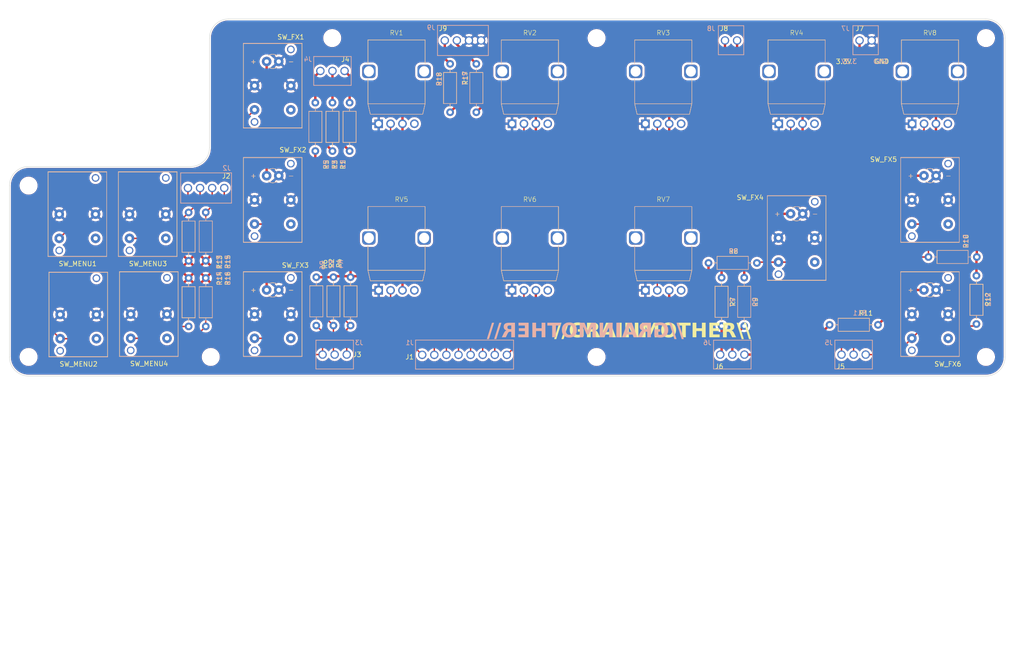
<source format=kicad_pcb>
(kicad_pcb (version 20221018) (generator pcbnew)
  (title_block (title "GRAINMOTHER - Multieffect Board") (date "2024-02-29") (rev "0.4"))
  (layers (0 "F.Cu" signal) (31 "B.Cu" signal) (34 "B.Paste" user) (35 "F.Paste" user) (36 "B.SilkS" user "B.Silkscreen") (37 "F.SilkS" user "F.Silkscreen") (38 "B.Mask" user) (39 "F.Mask" user) (44 "Edge.Cuts" user))
  (net 0 "")
  (net 1 "OUT_P1")
  (net 2 "OUT_P2")
  (net 3 "OUT_P3")
  (net 4 "OUT_P4")
  (net 5 "OUT_P5")
  (net 6 "OUT_P6")
  (net 7 "OUT_P7")
  (net 8 "OUT_P8")
  (net 9 "OUT_B1")
  (net 10 "OUT_B2")
  (net 11 "OUT_B3")
  (net 12 "OUT_B4")
  (net 13 "OUT_B5")
  (net 14 "OUT_B6")
  (net 15 "OUT_B7")
  (net 16 "OUT_B8")
  (net 17 "OUT_B9")
  (net 18 "OUT_B10")
  (net 19 "IN_L1")
  (net 20 "IN_L2")
  (net 21 "IN_L3")
  (net 22 "IN_L4")
  (net 23 "IN_L5")
  (net 24 "IN_L6")
  (net 25 "+3.3V")
  (net 26 "GND")
  (net 27 "Net-(SW_FX1-A)")
  (net 28 "Net-(SW_FX2-A)")
  (net 29 "Net-(SW_FX3-A)")
  (net 30 "Net-(SW_FX4-A)")
  (net 31 "Net-(SW_FX5-A)")
  (net 32 "Net-(SW_FX6-A)")
  (net 33 "IN_P_9_27")
  (net 34 "IN_P_9_09")
  (net 35 "OUT_DPST1")
  (net 36 "OUT_DPST2")
  (footprint "Custom Parts:SW-DIGITAST_NarrowSpacing_noLED_LeftSided" (layer "F.Cu") (at 31.44 86.08)
    (fp_text reference "SW_MENU2")
    (fp_text value "~")
  )
  (footprint "Resistor_THT:R_Axial_DIN0207_L6.3mm_D2.5mm_P10.16mm_Horizontal" (layer "F.Cu") (at 54.6 74.8 90)
    (fp_text reference "R13")
    (fp_text value "10k")
  )
  (footprint "Resistor_THT:R_Axial_DIN0207_L6.3mm_D2.5mm_P10.16mm_Horizontal" (layer "F.Cu") (at 58.2 78.42 -90)
    (fp_text reference "R16")
    (fp_text value "10k")
  )
  (footprint "Resistor_THT:R_Axial_DIN0207_L6.3mm_D2.5mm_P10.16mm_Horizontal" (layer "F.Cu") (at 88.6 88.4 90)
    (fp_text reference "R4")
    (fp_text value "10k")
  )
  (footprint "Custom Parts:Potentiometer_Bourns_PTV111-3_Vertical" (layer "F.Cu") (at 126.25 70)
    (fp_text reference "RV6")
    (fp_text value "~")
  )
  (footprint "Resistor_THT:R_Axial_DIN0207_L6.3mm_D2.5mm_P10.16mm_Horizontal" (layer "F.Cu") (at 115 33.42 -90)
    (fp_text reference "R17")
    (fp_text value "220")
  )
  (footprint "Custom Parts:SW-DIGITAST_NarrowSpacing_noLED_LeftSided" (layer "F.Cu") (at 46.25 86)
    (fp_text reference "SW_MENU4")
    (fp_text value "~")
  )
  (footprint "Custom Parts:SW-DIGITAST_NarrowSpacing_noLED_LeftSided" (layer "F.Cu") (at 31.25 65)
    (fp_text reference "SW_MENU1")
    (fp_text value "~")
  )
  (footprint "MountingHole:MountingHole_3.2mm_M3" (layer "F.Cu") (at 222 95)
    (fp_text reference "REF**" hide)
    (fp_text value "MountingHole_3.2mm_M3" hide)
  )
  (footprint "Custom Parts:Potentiometer_Bourns_PTV111-3_Vertical" (layer "F.Cu") (at 98.25 35)
    (fp_text reference "RV1")
    (fp_text value "~")
  )
  (footprint "Resistor_THT:R_Axial_DIN0207_L6.3mm_D2.5mm_P10.16mm_Horizontal" (layer "F.Cu") (at 209.92 74)
    (fp_text reference "R10")
    (fp_text value "10k")
  )
  (footprint "Custom Parts:SW-DIGITAST_NarrowSpacing_LeftSided" (layer "F.Cu") (at 182.25 70)
    (fp_text reference "SW_FX4")
    (fp_text value "SW_Push_LED")
  )
  (footprint "Custom Parts:SW-DIGITAST_NarrowSpacing_LeftSided" (layer "F.Cu") (at 210.25 62)
    (fp_text reference "SW_FX5")
    (fp_text value "SW_Push_LED")
  )
  (footprint "Resistor_THT:R_Axial_DIN0207_L6.3mm_D2.5mm_P10.16mm_Horizontal" (layer "F.Cu") (at 58.198733 74.786894 90)
    (fp_text reference "R15")
    (fp_text value "10k")
  )
  (footprint "Resistor_THT:R_Axial_DIN0207_L6.3mm_D2.5mm_P10.16mm_Horizontal" (layer "F.Cu") (at 199.33 88.25 180)
    (fp_text reference "R11")
    (fp_text value "220")
  )
  (footprint "Resistor_THT:R_Axial_DIN0207_L6.3mm_D2.5mm_P10.16mm_Horizontal" (layer "F.Cu") (at 81.403 88.4 90)
    (fp_text reference "R6")
    (fp_text value "10k")
  )
  (footprint "Resistor_THT:R_Axial_DIN0207_L6.3mm_D2.5mm_P10.16mm_Horizontal" (layer "F.Cu") (at 85 88.4 90)
    (fp_text reference "R2")
    (fp_text value "10k")
  )
  (footprint "Resistor_THT:R_Axial_DIN0207_L6.3mm_D2.5mm_P10.16mm_Horizontal" (layer "F.Cu") (at 171.25 78.34 -90)
    (fp_text reference "R9")
    (fp_text value "220")
  )
  (footprint "Resistor_THT:R_Axial_DIN0207_L6.3mm_D2.5mm_P10.16mm_Horizontal" (layer "F.Cu") (at 84.8 51.7344 90)
    (fp_text reference "R3")
    (fp_text value "220")
  )
  (footprint "Resistor_THT:R_Axial_DIN0207_L6.3mm_D2.5mm_P10.16mm_Horizontal" (layer "F.Cu") (at 173.91 75.25 180)
    (fp_text reference "R8")
    (fp_text value "10k")
  )
  (footprint "MountingHole:MountingHole_3.2mm_M3" (layer "F.Cu") (at 21 59)
    (fp_text reference "REF**" hide)
    (fp_text value "MountingHole_3.2mm_M3" hide)
  )
  (footprint "MountingHole:MountingHole_3.2mm_M3" (layer "F.Cu") (at 21 95)
    (fp_text reference "REF**" hide)
    (fp_text value "MountingHole_3.2mm_M3" hide)
  )
  (footprint "Custom Parts:SW-DIGITAST_NarrowSpacing_LeftSided" (layer "F.Cu") (at 210.25 86)
    (fp_text reference "SW_FX6")
    (fp_text value "SW_Push_LED")
  )
  (footprint "MountingHole:MountingHole_3.2mm_M3" (layer "F.Cu") (at 140.25 95)
    (fp_text reference "REF**" hide)
    (fp_text value "MountingHole_3.2mm_M3" hide)
  )
  (footprint "Custom Parts:SW-DIGITAST_NarrowSpacing_noLED_LeftSided" (layer "F.Cu") (at 46 65)
    (fp_text reference "SW_MENU3")
    (fp_text value "~")
  )
  (footprint "Resistor_THT:R_Axial_DIN0207_L6.3mm_D2.5mm_P10.16mm_Horizontal" (layer "F.Cu") (at 54.6 78.42 -90)
    (fp_text reference "R14")
    (fp_text value "10k")
  )
  (footprint "MountingHole:MountingHole_3.2mm_M3" (layer "F.Cu") (at 140.25 28)
    (fp_text reference "REF**" hide)
    (fp_text value "MountingHole_3.2mm_M3" hide)
  )
  (footprint "Custom Parts:Potentiometer_Bourns_PTV111-3_Vertical" (layer "F.Cu") (at 126.25 35)
    (fp_text reference "RV2")
    (fp_text value "~")
  )
  (footprint "Custom Parts:SW-DIGITAST_NarrowSpacing_LeftSided" (layer "F.Cu") (at 72.25 62)
    (fp_text reference "SW_FX2")
    (fp_text value "SW_Push_LED")
  )
  (footprint "Custom Parts:Potentiometer_Bourns_PTV111-3_Vertical" (layer "F.Cu") (at 98.25 70)
    (fp_text reference "RV5")
    (fp_text value "~")
  )
  (footprint "Custom Parts:Potentiometer_Bourns_PTV111-3_Vertical" (layer "F.Cu") (at 154.25 70)
    (fp_text reference "RV7")
    (fp_text value "~")
  )
  (footprint "Custom Parts:Potentiometer_Bourns_PTV111-3_Vertical" (layer "F.Cu") (at 182.25 35)
    (fp_text reference "RV4")
    (fp_text value "~")
  )
  (footprint "Resistor_THT:R_Axial_DIN0207_L6.3mm_D2.5mm_P10.16mm_Horizontal" (layer "F.Cu") (at 166.5 78.34 -90)
    (fp_text reference "R7")
    (fp_text value "220")
  )
  (footprint "Custom Parts:Potentiometer_Bourns_PTV111-3_Vertical" (layer "F.Cu") (at 210.25 35)
    (fp_text reference "RV8")
    (fp_text value "~")
  )
  (footprint "Custom Parts:Potentiometer_Bourns_PTV111-3_Vertical" (layer "F.Cu") (at 154.25 35)
    (fp_text reference "RV3")
    (fp_text value "~")
  )
  (footprint "MountingHole:MountingHole_3.2mm_M3" (layer "F.Cu") (at 84.75 28)
    (fp_text reference "REF**" hide)
    (fp_text value "MountingHole_3.2mm_M3" hide)
  )
  (footprint "Resistor_THT:R_Axial_DIN0207_L6.3mm_D2.5mm_P10.16mm_Horizontal" (layer "F.Cu") (at 109.5 33.42 -90)
    (fp_text reference "R18")
    (fp_text value "220")
  )
  (footprint "Resistor_THT:R_Axial_DIN0207_L6.3mm_D2.5mm_P10.16mm_Horizontal" (layer "F.Cu") (at 81.2 51.7344 90)
    (fp_text reference "R5")
    (fp_text value "220")
  )
  (footprint "Resistor_THT:R_Axial_DIN0207_L6.3mm_D2.5mm_P10.16mm_Horizontal" (layer "F.Cu") (at 88.4 51.73 90)
    (fp_text reference "R1")
    (fp_text value "220")
  )
  (footprint "Custom Parts:SW-DIGITAST_NarrowSpacing_LeftSided" (layer "F.Cu") (at 72.25 86)
    (fp_text reference "SW_FX3")
    (fp_text value "SW_Push_LED")
  )
  (footprint "MountingHole:MountingHole_3.2mm_M3" (layer "F.Cu") (at 59.25 95)
    (fp_text reference "REF**" hide)
    (fp_text value "MountingHole_3.2mm_M3" hide)
  )
  (footprint "Resistor_THT:R_Axial_DIN0207_L6.3mm_D2.5mm_P10.16mm_Horizontal" (layer "F.Cu") (at 220 88.08 90)
    (fp_text reference "R12")
    (fp_text value "10k")
  )
  (footprint "MountingHole:MountingHole_3.2mm_M3" (layer "F.Cu") (at 222 28)
    (fp_text reference "REF**" hide)
    (fp_text value "MountingHole_3.2mm_M3" hide)
  )
  (footprint "Custom Parts:SW-DIGITAST_NarrowSpacing_LeftSided" (layer "F.Cu") (at 72.25 38)
    (fp_text reference "SW_FX1")
    (fp_text value "SW_Push_LED")
  )
  (footprint "Custom Parts:CONN_22292031_MOL" (layer "B.Cu") (at 166.21 94.5044)
    (fp_text reference "J6")
    (fp_text value "Conn_01x03_Socket" hide)
  )
  (footprint "Custom Parts:CONN_22-27-2041_MOL" (layer "B.Cu") (at 58.27 59.4998 180)
    (fp_text reference "J2")
    (fp_text value "Conn_01x04_Socket" hide)
  )
  (footprint "Custom Parts:CONN_22-27-2081_MOL" (layer "B.Cu") (at 103.64 94.551)
    (fp_text reference "J1")
    (fp_text value "~" hide)
  )
  (footprint "Custom Parts:CONN_22-27-2021_MOL" (layer "B.Cu") (at 167.21 28.5)
    (fp_text reference "J8")
    (fp_text value "Conn_01x02_Socket" hide)
  )
  (footprint "Custom Parts:CONN_22292031_MOL" (layer "B.Cu") (at 87.8 94.496 180)
    (fp_text reference "J3")
    (fp_text value "Conn_01x03_Socket" hide)
  )
  (footprint "Custom Parts:CONN_22292031_MOL" (layer "B.Cu") (at 87.34 34.9 180)
    (fp_text reference "J4")
    (fp_text value "Conn_01x03_Socket" hide)
  )
  (footprint "Custom Parts:CONN_22-27-2021_MOL" (layer "B.Cu") (at 195.46 28.5)
    (fp_text reference "J7")
    (fp_text value "Conn_01x02_Socket" hide)
  )
  (footprint "Custom Parts:CONN_22-27-2041_MOL" (layer "B.Cu") (at 112.19 28.5002)
    (fp_text reference "J9")
    (fp_text value "Conn_01x04_Socket" hide)
  )
  (footprint "Custom Parts:CONN_22292031_MOL" (layer "B.Cu") (at 191.67 94.504)
    (fp_text reference "J5")
    (fp_text value "Conn_01x03_Socket" hide)
  )
  (gr_arc (start 226 95) (mid 224.828427 97.828427) (end 222 99) (stroke (width 0.1)) (layer "Edge.Cuts"))
  (gr_arc (start 59 51) (mid 57.828427 53.828427) (end 55 55) (stroke (width 0.1)) (layer "Edge.Cuts"))
  (gr_arc (start 59 28) (mid 60.171573 25.171573) (end 63 24) (stroke (width 0.1)) (layer "Edge.Cuts"))
  (gr_arc (start 222 24) (mid 224.828427 25.171573) (end 226 28) (stroke (width 0.1)) (layer "Edge.Cuts"))
  (gr_line (start 17 95) (end 17 59) (stroke (width 0.1)) (layer "Edge.Cuts"))
  (gr_line (start 222 24) (end 63 24) (stroke (width 0.1)) (layer "Edge.Cuts"))
  (gr_line (start 21 55) (end 55 55) (stroke (width 0.1)) (layer "Edge.Cuts"))
  (gr_line (start 222 99) (end 21 99) (stroke (width 0.1)) (layer "Edge.Cuts"))
  (gr_arc (start 21 99) (mid 18.171573 97.828427) (end 17 95) (stroke (width 0.1)) (layer "Edge.Cuts"))
  (gr_line (start 226 95) (end 226 28) (stroke (width 0.1)) (layer "Edge.Cuts"))
  (gr_arc (start 17 59) (mid 18.171573 56.171573) (end 21 55) (stroke (width 0.1)) (layer "Edge.Cuts"))
  (gr_line (start 59 28) (end 59 51) (stroke (width 0.1)) (layer "Edge.Cuts"))
  (gr_text "//GRAINMOTHER\\\\" (at 158.571158 91.373077) (layer "B.SilkS") (effects (font (size 3 3) (thickness 0.3) bold) (justify left bottom mirror)))
  (gr_text "GND" (at 201.5 33.5) (layer "B.SilkS") (effects (font (size 1 1)) (justify left bottom mirror)))
  (gr_text "3.3V" (at 195 33.5) (layer "B.SilkS") (effects (font (size 1 1)) (justify left bottom mirror)))
  (gr_text "J7" (at 195.5 26) (layer "F.SilkS") (effects (font (size 1 1))))
  (gr_text "J1" (at 101 95) (layer "F.SilkS") (effects (font (size 1 1))))
  (gr_text "J8" (at 167 26) (layer "F.SilkS") (effects (font (size 1 1))))
  (gr_text "GND" (at 198.5 33.5) (layer "F.SilkS") (effects (font (size 1 1)) (justify left bottom)))
  (gr_text "J9" (at 108 26) (layer "F.SilkS") (effects (font (size 1 1))))
  (gr_text "J6" (at 166 97) (layer "F.SilkS") (effects (font (size 1 1))))
  (gr_text "//GRAINMOTHER\\\\" (at 131.33846 91.373077) (layer "F.SilkS") (effects (font (size 3 3) (thickness 0.3) bold) (justify left bottom)))
  (gr_text "J2" (at 62.5 57) (layer "F.SilkS") (effects (font (size 1 1))))
  (gr_text "J5" (at 191.5 97) (layer "F.SilkS") (effects (font (size 1 1))))
  (gr_text "J4" (at 87.5 32.5) (layer "F.SilkS") (effects (font (size 1 1))))
  (gr_text "3.3V" (at 190.398847 33.522787) (layer "F.SilkS") (effects (font (size 1 1)) (justify left bottom)))
  (gr_text "J3" (at 90 94.5) (layer "F.SilkS") (effects (font (size 1 1))))
  (segment (start 97 81) (end 97 87.911) (width 0.3) (layer "F.Cu") (net 1))
  (segment (start 97 87.911) (end 103.64 94.551) (width 0.3) (layer "F.Cu") (net 1))
  (segment (start 106.18 94.551) (end 106.18 79.18) (width 0.3) (layer "F.Cu") (net 2))
  (segment (start 97 46) (end 97 70) (width 0.3) (layer "F.Cu") (net 2))
  (segment (start 97 70) (end 106.18 79.18) (width 0.3) (layer "F.Cu") (net 2))
  (segment (start 125 49.6) (end 125 46) (width 0.3) (layer "F.Cu") (net 3))
  (segment (start 123.2 51.4) (end 125 49.6) (width 0.3) (layer "F.Cu") (net 3))
  (segment (start 108.72 94.551) (end 108.72 53.68) (width 0.3) (layer "F.Cu") (net 3))
  (segment (start 108.72 53.68) (end 111 51.4) (width 0.3) (layer "F.Cu") (net 3))
  (segment (start 111 51.4) (end 123.2 51.4) (width 0.3) (layer "F.Cu") (net 3))
  (segment (start 113 53.6) (end 111.26 55.34) (width 0.3) (layer "F.Cu") (net 4))
  (segment (start 153 50.8) (end 150.2 53.6) (width 0.3) (layer "F.Cu") (net 4))
  (segment (start 111.26 55.34) (end 111.26 94.551) (width 0.3) (layer "F.Cu") (net 4))
  (segment (start 150.2 53.6) (end 113 53.6) (width 0.3) (layer "F.Cu") (net 4))
  (segment (start 153 46) (end 153 50.8) (width 0.3) (layer "F.Cu") (net 4))
  (segment (start 113.8 94.551) (end 113.8 57.6) (width 0.3) (layer "F.Cu") (net 5))
  (segment (start 115.2 56.2) (end 175 56.2) (width 0.3) (layer "F.Cu") (net 5))
  (segment (start 113.8 57.6) (end 115.2 56.2) (width 0.3) (layer "F.Cu") (net 5))
  (segment (start 175 56.2) (end 181 50.2) (width 0.3) (layer "F.Cu") (net 5))
  (segment (start 181 50.2) (end 181 46) (width 0.3) (layer "F.Cu") (net 5))
  (segment (start 176.2 58.8) (end 183.5 51.5) (width 0.3) (layer "F.Cu") (net 6))
  (segment (start 116.34 94.551) (end 116.34 60.46) (width 0.3) (layer "F.Cu") (net 6))
  (segment (start 209 47.272792) (end 209 46) (width 0.3) (layer "F.Cu") (net 6))
  (segment (start 183.5 51.5) (end 204.772792 51.5) (width 0.3) (layer "F.Cu") (net 6))
  (segment (start 118 58.8) (end 176.2 58.8) (width 0.3) (layer "F.Cu") (net 6))
  (segment (start 116.34 60.46) (end 118 58.8) (width 0.3) (layer "F.Cu") (net 6))
  (segment (start 204.772792 51.5) (end 209 47.272792) (width 0.3) (layer "F.Cu") (net 6))
  (segment (start 153 77.4) (end 151.2 75.6) (width 0.3) (layer "F.Cu") (net 7))
  (segment (start 118.88 94.551) (end 118.88 78.32) (width 0.3) (layer "F.Cu") (net 7))
  (segment (start 121.6 75.6) (end 118.88 78.32) (width 0.3) (layer "F.Cu") (net 7))
  (segment (start 153 81) (end 153 77.4) (width 0.3) (layer "F.Cu") (net 7))
  (segment (start 151.2 75.6) (end 121.6 75.6) (width 0.3) (layer "F.Cu") (net 7))
  (segment (start 125 90.971) (end 125 81) (width 0.3) (layer "F.Cu") (net 8))
  (segment (start 121.42 94.551) (end 125 90.971) (width 0.3) (layer "F.Cu") (net 8))
  (segment (start 83.7 83.5) (end 88.6 88.4) (width 0.3) (layer "F.Cu") (net 9))
  (segment (start 70.58 67.08) (end 72 68.5) (width 0.3) (layer "F.Cu") (net 9))
  (segment (start 70 83.5) (end 83.7 83.5) (width 0.3) (layer "F.Cu") (net 9))
  (segment (start 68.5 75.5) (end 68.5 82) (width 0.3) (layer "F.Cu") (net 9))
  (segment (start 72 72) (end 68.5 75.5) (width 0.3) (layer "F.Cu") (net 9))
  (segment (start 88.6 88.4) (end 87.8 89.2) (width 0.3) (layer "F.Cu") (net 9))
  (segment (start 68.5 82) (end 70 83.5) (width 0.3) (layer "F.Cu") (net 9))
  (segment (start 87.8 89.2) (end 87.8 94.496) (width 0.3) (layer "F.Cu") (net 9))
  (segment (start 68.44 67.08) (end 70.58 67.08) (width 0.3) (layer "F.Cu") (net 9))
  (segment (start 72 68.5) (end 72 72) (width 0.3) (layer "F.Cu") (net 9))
  (segment (start 191.67 85.67) (end 191.67 94.504) (width 0.3) (layer "F.Cu") (net 10))
  (segment (start 178.44 75.08) (end 174.08 75.08) (width 0.3) (layer "F.Cu") (net 10))
  (segment (start 174.08 75.08) (end 173.91 75.25) (width 0.3) (layer "F.Cu") (net 10))
  (segment (start 181.08 75.08) (end 191.67 85.67) (width 0.3) (layer "F.Cu") (net 10))
  (segment (start 181.08 75.08) (end 178.44 75.08) (width 0.3) (layer "F.Cu") (net 10))
  (segment (start 85 88.4) (end 85 94.236) (width 0.3) (layer "F.Cu") (net 11))
  (segment (start 85 94.236) (end 85.26 94.496) (width 0.3) (layer "F.Cu") (net 11))
  (segment (start 80.2 85.8) (end 77.5 88.5) (width 0.3) (layer "F.Cu") (net 11))
  (segment (start 82.4 85.8) (end 80.2 85.8) (width 0.3) (layer "F.Cu") (net 11))
  (segment (start 64.4 47.12) (end 68.44 43.08) (width 0.3) (layer "F.Cu") (net 11))
  (segment (start 77.5 88.5) (end 67.2 88.5) (width 0.3) (layer "F.Cu") (net 11))
  (segment (start 85 88.4) (end 82.4 85.8) (width 0.3) (layer "F.Cu") (net 11))
  (segment (start 67.2 88.5) (end 64.4 85.7) (width 0.3) (layer "F.Cu") (net 11))
  (segment (start 64.4 85.7) (end 64.4 47.12) (width 0.3) (layer "F.Cu") (net 11))
  (segment (start 204.5 74) (end 194.21 84.29) (width 0.3) (layer "F.Cu") (net 12))
  (segment (start 209.92 74) (end 204.5 74) (width 0.3) (layer "F.Cu") (net 12))
  (segment (start 208.58 67.08) (end 209.92 68.42) (width 0.3) (layer "F.Cu") (net 12))
  (segment (start 194.21 84.29) (end 194.21 94.504) (width 0.3) (layer "F.Cu") (net 12))
  (segment (start 206.44 67.08) (end 208.58 67.08) (width 0.3) (layer "F.Cu") (net 12))
  (segment (start 209.92 68.42) (end 209.92 74) (width 0.3) (layer "F.Cu") (net 12))
  (segment (start 81.403 88.4) (end 82.72 89.717) (width 0.3) (layer "F.Cu") (net 13))
  (segment (start 68.44 91.08) (end 71.78 91.08) (width 0.3) (layer "F.Cu") (net 13))
  (segment (start 75.196 94.496) (end 82.72 94.496) (width 0.3) (layer "F.Cu") (net 13))
  (segment (start 82.72 89.717) (end 82.72 94.496) (width 0.3) (layer "F.Cu") (net 13))
  (segment (start 71.78 91.08) (end 75.196 94.496) (width 0.3) (layer "F.Cu") (net 13))
  (segment (start 203.016 94.504) (end 196.75 94.504) (width 0.3) (layer "F.Cu") (net 14))
  (segment (start 206.44 91.08) (end 209.02 88.5) (width 0.3) (layer "F.Cu") (net 14))
  (segment (start 219.58 88.5) (end 220 88.08) (width 0.3) (layer "F.Cu") (net 14))
  (segment (start 209.02 88.5) (end 219.58 88.5) (width 0.3) (layer "F.Cu") (net 14))
  (segment (start 206.44 91.08) (end 203.016 94.504) (width 0.3) (layer "F.Cu") (net 14))
  (segment (start 52.98 93.8) (end 48.4 93.8) (width 0.3) (layer "F.Cu") (net 15))
  (segment (start 58.2 88.58) (end 52.98 93.8) (width 0.3) (layer "F.Cu") (net 15))
  (segment (start 58.2 85.8) (end 58.2 88.58) (width 0.3) (layer "F.Cu") (net 15))
  (segment (start 45.68 91.08) (end 42.44 91.08) (width 0.3) (layer "F.Cu") (net 15))
  (segment (start 48.4 93.8) (end 45.68 91.08) (width 0.3) (layer "F.Cu") (net 15))
  (segment (start 52.4 73.4) (end 52.4 80) (width 0.3) (layer "F.Cu") (net 15))
  (segment (start 52.4 80) (end 58.2 85.8) (width 0.3) (layer "F.Cu") (net 15))
  (segment (start 62.08 59.5) (end 62.08 66.62) (width 0.3) (layer "F.Cu") (net 15))
  (segment (start 62.08 66.62) (end 56.5 72.2) (width 0.3) (layer "F.Cu") (net 15))
  (segment (start 56.5 72.2) (end 53.6 72.2) (width 0.3) (layer "F.Cu") (net 15))
  (segment (start 53.6 72.2) (end 52.4 73.4) (width 0.3) (layer "F.Cu") (net 15))
  (segment (start 58.198733 64.626894) (end 58.198733 67.498733) (width 0.3) (layer "F.Cu") (net 16))
  (segment (start 58.2 67.5) (end 55.62 70.08) (width 0.3) (layer "F.Cu") (net 16))
  (segment (start 58.198733 67.498733) (end 58.2 67.5) (width 0.3) (layer "F.Cu") (net 16))
  (segment (start 48.7 72.5) (end 46.28 70.08) (width 0.3) (layer "F.Cu") (net 16))
  (segment (start 50.9 72.5) (end 48.7 72.5) (width 0.3) (layer "F.Cu") (net 16))
  (segment (start 58.198733 64.626894) (end 59.54 63.285627) (width 0.3) (layer "F.Cu") (net 16))
  (segment (start 59.54 59.5) (end 59.54 63.285627) (width 0.3) (layer "F.Cu") (net 16))
  (segment (start 46.28 70.08) (end 42.19 70.08) (width 0.3) (layer "F.Cu") (net 16))
  (segment (start 53.32 70.08) (end 50.9 72.5) (width 0.3) (layer "F.Cu") (net 16))
  (segment (start 55.62 70.08) (end 53.32 70.08) (width 0.3) (layer "F.Cu") (net 16))
  (segment (start 57 62.24) (end 54.6 64.64) (width 0.3) (layer "F.Cu") (net 17))
  (segment (start 54.6 64.64) (end 51.74 67.5) (width 0.3) (layer "F.Cu") (net 17))
  (segment (start 30.02 67.5) (end 27.44 70.08) (width 0.3) (layer "F.Cu") (net 17))
  (segment (start 57 59.5) (end 57 62.24) (width 0.3) (layer "F.Cu") (net 17))
  (segment (start 51.74 67.5) (end 30.02 67.5) (width 0.3) (layer "F.Cu") (net 17))
  (segment (start 54.46 61.44) (end 53.5 62.4) (width 0.3) (layer "F.Cu") (net 18))
  (segment (start 54.46 59.5) (end 54.46 61.44) (width 0.3) (layer "F.Cu") (net 18))
  (segment (start 24.2 63.9) (end 24.2 87.73) (width 0.3) (layer "F.Cu") (net 18))
  (segment (start 54.58 88.6) (end 54.6 88.58) (width 0.3) (layer "F.Cu") (net 18))
  (segment (start 27.63 91.16) (end 30.69 91.16) (width 0.3) (layer "F.Cu") (net 18))
  (segment (start 30.69 91.16) (end 33.25 88.6) (width 0.3) (layer "F.Cu") (net 18))
  (segment (start 24.2 87.73) (end 27.63 91.16) (width 0.3) (layer "F.Cu") (net 18))
  (segment (start 33.25 88.6) (end 54.58 88.6) (width 0.3) (layer "F.Cu") (net 18))
  (segment (start 25.7 62.4) (end 24.2 63.9) (width 0.3) (layer "F.Cu") (net 18))
  (segment (start 53.5 62.4) (end 25.7 62.4) (width 0.3) (layer "F.Cu") (net 18))
  (segment (start 88.4 35.96) (end 88.4 41.57) (width 0.5) (layer "F.Cu") (net 19))
  (segment (start 87.34 34.9) (end 88.4 35.96) (width 0.5) (layer "F.Cu") (net 19))
  (segment (start 84.8 34.9) (end 84.8 41.5744) (width 0.5) (layer "F.Cu") (net 20))
  (segment (start 81.2 35.96) (end 81.2 41.5744) (width 0.5) (layer "F.Cu") (net 21))
  (segment (start 82.26 34.9) (end 81.2 35.96) (width 0.5) (layer "F.Cu") (net 21))
  (segment (start 166.5 94.2144) (end 166.21 94.5044) (width 0.5) (layer "F.Cu") (net 22))
  (segment (start 166.5 88.5) (end 166.5 94.2144) (width 0.5) (layer "F.Cu") (net 22))
  (segment (start 168.75 91) (end 171.25 88.5) (width 0.5) (layer "F.Cu") (net 23))
  (segment (start 168.75 94.5044) (end 168.75 91) (width 0.5) (layer "F.Cu") (net 23))
  (segment (start 189.17 88.25) (end 182.9156 94.5044) (width 0.5) (layer "F.Cu") (net 24))
  (segment (start 182.9156 94.5044) (end 171.29 94.5044) (width 0.5) (layer "F.Cu") (net 24))
  (segment (start 88.6 56.4) (end 91.5 53.5) (width 0.5) (layer "F.Cu") (net 25))
  (segment (start 100.75 49) (end 114.5 49) (width 0.5) (layer "F.Cu") (net 25))
  (segment (start 199 49) (end 204.75 43.25) (width 0.5) (layer "F.Cu") (net 25))
  (segment (start 195.46 28.5) (end 195.46 48.96) (width 0.5) (layer "F.Cu") (net 25))
  (segment (start 91.6 78) (end 91.6 97.25) (width 0.5) (layer "F.Cu") (net 25))
  (segment (start 210.5 43.25) (end 211.5 44.25) (width 0.5) (layer "F.Cu") (net 25))
  (segment (start 120.25 43.25) (end 126.5 43.25) (width 0.5) (layer "F.Cu") (net 25))
  (segment (start 98.6 78) (end 99.5 78.9) (width 0.5) (layer "F.Cu") (net 25))
  (segment (start 155.5 48) (end 156.5 49) (width 0.5) (layer "F.Cu") (net 25))
  (segment (start 91.6 78) (end 98.6 78) (width 0.5) (layer "F.Cu") (net 25))
  (segment (start 215.5 51.5) (end 219 51.5) (width 0.5) (layer "F.Cu") (net 25))
  (segment (start 220 74.08) (end 220.08 74) (width 0.5) (layer "F.Cu") (net 25))
  (segment (start 128.75 49) (end 142.75 49) (width 0.5) (layer "F.Cu") (net 25))
  (segment (start 155.5 84.25) (end 127.55 84.25) (width 0.5) (layer "F.Cu") (net 25))
  (segment (start 127.5 84.2) (end 127.5 81) (width 0.5) (layer "F.Cu") (net 25))
  (segment (start 127.55 84.25) (end 127.5 84.2) (width 0.5) (layer "F.Cu") (net 25))
  (segment (start 155.5 46) (end 155.5 48) (width 0.5) (layer "F.Cu") (net 25))
  (segment (start 154.25 43.25) (end 155.5 44.5) (width 0.5) (layer "F.Cu") (net 25))
  (segment (start 88.6 78.04) (end 91.56 78.04) (width 0.5) (layer "F.Cu") (net 25))
  (segment (start 88.6 78.24) (end 88.6 56.4) (width 0.5) (layer "F.Cu") (net 25))
  (segment (start 155.5 84.25) (end 162.25 84.25) (width 0.5) (layer "F.Cu") (net 25))
  (segment (start 114.5 49) (end 120.25 43.25) (width 0.5) (layer "F.Cu") (net 25))
  (segment (start 183.5 44.5) (end 182.25 43.25) (width 0.5) (layer "F.Cu") (net 25))
  (segment (start 183.5 46) (end 183.5 44.5) (width 0.5) (layer "F.Cu") (net 25))
  (segment (start 211.5 47.5) (end 215.5 51.5) (width 0.5) (layer "F.Cu") (net 25))
  (segment (start 64.1 95.1) (end 64.1 89.1) (width 0.5) (layer "F.Cu") (net 25))
  (segment (start 127.5 46) (end 127.5 48) (width 0.5) (layer "F.Cu") (net 25))
  (segment (start 220.08 52.58) (end 220.08 74) (width 0.5) (layer "F.Cu") (net 25))
  (segment (start 91.5 53.5) (end 91.5 44.7) (width 0.5) (layer "F.Cu") (net 25))
  (segment (start 126.5 43.25) (end 127.5 44.25) (width 0.5) (layer "F.Cu") (net 25))
  (segment (start 91.56 78.04) (end 91.6 78) (width 0.5) (layer "F.Cu") (net 25))
  (segment (start 66.25 97.25) (end 64.1 95.1) (width 0.5) (layer "F.Cu") (net 25))
  (segment (start 99.5 47.75) (end 100.75 49) (width 0.5) (layer "F.Cu") (net 25))
  (segment (start 156.5 49) (end 171 49) (width 0.5) (layer "F.Cu") (net 25))
  (segment (start 204.75 43.25) (end 210.5 43.25) (width 0.5) (layer "F.Cu") (net 25))
  (segment (start 142.75 49) (end 148.5 43.25) (width 0.5) (layer "F.Cu") (net 25))
  (segment (start 98.4 43.5) (end 99.5 44.6) (width 0.5) (layer "F.Cu") (net 25))
  (segment (start 155.5 81) (end 155.5 84.25) (width 0.5) (layer "F.Cu") (net 25))
  (segment (start 148.5 43.25) (end 154.25 43.25) (width 0.5) (layer "F.Cu") (net 25))
  (segment (start 99.5 44.6) (end 99.5 46) (width 0.5) (layer "F.Cu") (net 25))
  (segment (start 92.7 43.5) (end 98.4 43.5) (width 0.5) (layer "F.Cu") (net 25))
  (segment (start 91.6 97.25) (end 66.25 97.25) (width 0.5) (layer "F.Cu") (net 25))
  (segment (start 56.4 81.4) (end 56.4 79.9) (width 0.5) (layer "F.Cu") (net 25))
  (segment (start 85 78.24) (end 85 78.04) (width 0.5) (layer "F.Cu") (net 25))
  (segment (start 85 78.24) (end 81.403 78.24) (width 0.5) (layer "F.Cu") (net 25))
  (segment (start 99.5 78.9) (end 99.5 81) (width 0.5) (layer "F.Cu") (net 25))
  (segment (start 64.1 89.1) (end 56.4 81.4) (width 0.5) (layer "F.Cu") (net 25))
  (segment (start 162.25 84.25) (end 163.75 82.75) (width 0.5) (layer "F.Cu") (net 25))
  (segment (start 155.5 44.5) (end 155.5 46) (width 0.5) (layer "F.Cu") (net 25))
  (segment (start 195.46 48.96) (end 195.5 49) (width 0.5) (layer "F.Cu") (net 25))
  (segment (start 183.5 47.75) (end 184.75 49) (width 0.5) (layer "F.Cu") (net 25))
  (segment (start 220 77.92) (end 220 74.08) (width 0.5) (layer "F.Cu") (net 25))
  (segment (start 91.6 97.25) (end 124.35 97.25) (width 0.5) (layer "F.Cu") (net 25))
  (segment (start 127.5 94.1) (end 127.5 84.2) (width 0.5) (layer "F.Cu") (net 25))
  (segment (start 184.75 49) (end 195.5 49) (width 0.5) (layer "F.Cu") (net 25))
  (segment (start 211.5 44.25) (end 211.5 46) (width 0.5) (layer "F.Cu") (net 25))
  (segment (start 176.75 43.25) (end 182.25 43.25) (width 0.5) (layer "F.Cu") (net 25))
  (segment (start 124.35 97.25) (end 127.5 94.1) (width 0.5) (layer "F.Cu") (net 25))
  (segment (start 219 51.5) (end 220.08 52.58) (width 0.5) (layer "F.Cu") (net 25))
  (segment (start 163.75 82.75) (end 163.75 75.25) (width 0.5) (layer "F.Cu") (net 25))
  (segment (start 195.5 49) (end 199 49) (width 0.5) (layer "F.Cu") (net 25))
  (segment (start 127.5 48) (end 128.5 49) (width 0.5) (layer "F.Cu") (net 25))
  (segment (start 127.5 44.25) (end 127.5 46) (width 0.5) (layer "F.Cu") (net 25))
  (segment (start 99.5 46) (end 99.5 47.75) (width 0.5) (layer "F.Cu") (net 25))
  (segment (start 171 49) (end 176.75 43.25) (width 0.5) (layer "F.Cu") (net 25))
  (segment (start 85 78.04) (end 88.6 78.04) (width 0.5) (layer "F.Cu") (net 25))
  (segment (start 183.5 46) (end 183.5 47.75) (width 0.5) (layer "F.Cu") (net 25))
  (segment (start 128.5 49) (end 128.75 49) (width 0.5) (layer "F.Cu") (net 25))
  (segment (start 211.5 46) (end 211.5 47.5) (width 0.5) (layer "F.Cu") (net 25))
  (segment (start 88.6 78.24) (end 88.6 78.04) (width 0.5) (layer "F.Cu") (net 25))
  (segment (start 91.5 44.7) (end 92.7 43.5) (width 0.5) (layer "F.Cu") (net 25))
  (segment (start 75 46.5) (end 70.98 42.48) (width 0.5) (layer "F.Cu") (net 27))
  (segment (start 70.98 42.48) (end 70.98 32.92) (width 0.5) (layer "F.Cu") (net 27))
  (segment (start 83.17 46.5) (end 75 46.5) (width 0.5) (layer "F.Cu") (net 27))
  (segment (start 88.4 51.73) (end 83.17 46.5) (width 0.5) (layer "F.Cu") (net 27))
  (segment (start 84.8 51.7344) (end 82.1656 49.1) (width 0.5) (layer "F.Cu") (net 28))
  (segment (start 82.1656 49.1) (end 73.6 49.1) (width 0.5) (layer "F.Cu") (net 28))
  (segment (start 70.98 51.72) (end 70.98 56.92) (width 0.5) (layer "F.Cu") (net 28))
  (segment (start 73.6 49.1) (end 70.98 51.72) (width 0.5) (layer "F.Cu") (net 28))
  (segment (start 70.98 76.62) (end 70.98 80.92) (width 0.5) (layer "F.Cu") (net 29))
  (segment (start 73.5 74.1) (end 70.98 76.62) (width 0.5) (layer "F.Cu") (net 29))
  (segment (start 81.2 71.4) (end 78.5 74.1) (width 0.5) (layer "F.Cu") (net 29))
  (segment (start 78.5 74.1) (end 73.5 74.1) (width 0.5) (layer "F.Cu") (net 29))
  (segment (start 81.2 51.7344) (end 81.2 71.4) (width 0.5) (layer "F.Cu") (net 29))
  (segment (start 166.5 68.5) (end 170.08 64.92) (width 0.5) (layer "F.Cu") (net 30))
  (segment (start 166.5 78.34) (end 166.5 68.5) (width 0.5) (layer "F.Cu") (net 30))
  (segment (start 170.08 64.92) (end 180.98 64.92) (width 0.5) (layer "F.Cu") (net 30))
  (segment (start 171.25 78.34) (end 171.25 74) (width 0.5) (layer "F.Cu") (net 31))
  (segment (start 205.08 56.92) (end 208.98 56.92) (width 0.5) (layer "F.Cu") (net 31))
  (segment (start 189.5 72.5) (end 205.08 56.92) (width 0.5) (layer "F.Cu") (net 31))
  (segment (start 172.75 72.5) (end 189.5 72.5) (width 0.5) (layer "F.Cu") (net 31))
  (segment (start 171.25 74) (end 172.75 72.5) (width 0.5) (layer "F.Cu") (net 31))
  (segment (start 208.98 80.92) (end 206.66 80.92) (width 0.5) (layer "F.Cu") (net 32))
  (segment (start 206.66 80.92) (end 199.33 88.25) (width 0.5) (layer "F.Cu") (net 32))
  (segment (start 164.75 39) (end 167.21 36.54) (width 0.5) (layer "F.Cu") (net 33))
  (segment (start 109.5 43.58) (end 114.08 39) (width 0.5) (layer "F.Cu") (net 33))
  (segment (start 167.21 28.5) (end 167.21 36.54) (width 0.5) (layer "F.Cu") (net 33))
  (segment (start 114.08 39) (end 164.75 39) (width 0.5) (layer "F.Cu") (net 33))
  (segment (start 169.75 28.5) (end 169.75 38) (width 0.5) (layer "F.Cu") (net 34))
  (segment (start 115 43.58) (end 117.33 41.25) (width 0.5) (layer "F.Cu") (net 34))
  (segment (start 166.5 41.25) (end 169.75 38) (width 0.5) (layer "F.Cu") (net 34))
  (segment (start 117.33 41.25) (end 166.5 41.25) (width 0.5) (layer "F.Cu") (net 34))
  (segment (start 108.38 28.5) (end 108.38 32.3) (width 0.5) (layer "F.Cu") (net 35))
  (segment (start 108.38 32.3) (end 109.5 33.42) (width 0.5) (layer "F.Cu") (net 35))
  (segment (start 110.92 29.34) (end 115 33.42) (width 0.5) (layer "F.Cu") (net 36))
  (segment (start 110.92 28.5) (end 110.92 29.34) (width 0.5) (layer "F.Cu") (net 36))
  (zone (net 25) (net_name "+3.3V") (layer "F.Cu") (priority 1) (connect_pads (clearance 0.5)) (min_thickness 0.25) (fill yes (thermal_gap 0.5) (thermal_bridge_width 0.5))
    (polygon (pts (xy 59.7 80.2) (xy 54 80.2) (xy 53.1 79.3) (xy 53.1 73.8) (xy 53.9 73) (xy 59.7 73)))
  )
  (zone (net 26) (net_name "GND") (layer "F.Cu") (connect_pads (clearance 0.5)) (min_thickness 0.25) (fill yes (thermal_gap 0.5) (thermal_bridge_width 0.5))
    (polygon (pts (xy 230 20) (xy 230 105) (xy 15 105) (xy 15 50) (xy 55 50) (xy 55 20)))
  )
  (zone (net 26) (net_name "GND") (layer "B.Cu") (priority 2) (connect_pads (clearance 0.5)) (min_thickness 0.25) (fill yes (thermal_gap 0.5) (thermal_bridge_width 0.5))
    (polygon (pts (xy 230 20) (xy 230 105) (xy 15 105) (xy 15 50) (xy 55 50) (xy 55 20)))
  )
)
</source>
